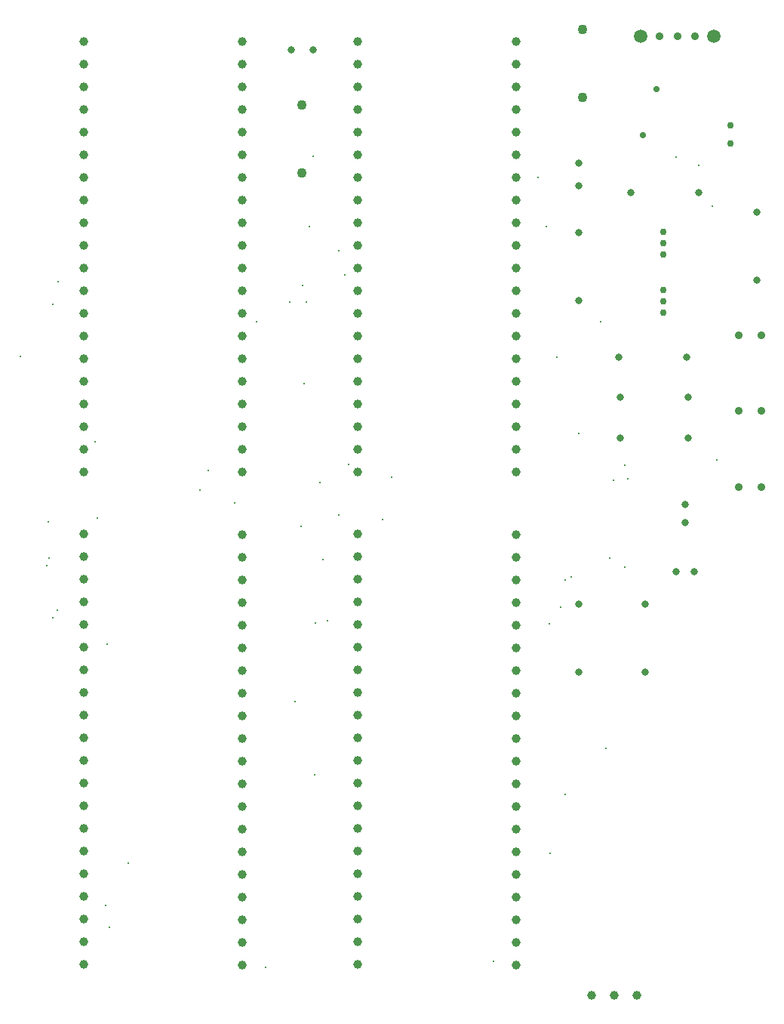
<source format=gbr>
%TF.GenerationSoftware,KiCad,Pcbnew,9.0.0*%
%TF.CreationDate,2025-09-26T14:06:38-04:00*%
%TF.ProjectId,Design V3.0,44657369-676e-4205-9633-2e302e6b6963,rev?*%
%TF.SameCoordinates,Original*%
%TF.FileFunction,Plated,1,2,PTH,Drill*%
%TF.FilePolarity,Positive*%
%FSLAX46Y46*%
G04 Gerber Fmt 4.6, Leading zero omitted, Abs format (unit mm)*
G04 Created by KiCad (PCBNEW 9.0.0) date 2025-09-26 14:06:38*
%MOMM*%
%LPD*%
G01*
G04 APERTURE LIST*
%TA.AperFunction,ViaDrill*%
%ADD10C,0.300000*%
%TD*%
%TA.AperFunction,ComponentDrill*%
%ADD11C,0.710000*%
%TD*%
%TA.AperFunction,ComponentDrill*%
%ADD12C,0.750000*%
%TD*%
%TA.AperFunction,ComponentDrill*%
%ADD13C,0.800000*%
%TD*%
%TA.AperFunction,ComponentDrill*%
%ADD14C,0.900000*%
%TD*%
%TA.AperFunction,ComponentDrill*%
%ADD15C,1.000000*%
%TD*%
%TA.AperFunction,ComponentDrill*%
%ADD16C,1.100000*%
%TD*%
%TA.AperFunction,ComponentDrill*%
%ADD17C,1.500000*%
%TD*%
G04 APERTURE END LIST*
D10*
X161843600Y-67910600D03*
X164835500Y-91354700D03*
X165058400Y-86398200D03*
X165112900Y-90472600D03*
X165537600Y-97211300D03*
X165561600Y-62071500D03*
X166038800Y-96308400D03*
X166080800Y-59532900D03*
X170265100Y-77481900D03*
X170559600Y-86036400D03*
X171431600Y-129419200D03*
X171597900Y-100139600D03*
X171868900Y-131904700D03*
X173973300Y-124721500D03*
X182043900Y-82843600D03*
X182994200Y-80687900D03*
X185916600Y-84280900D03*
X188369200Y-63957200D03*
X189406400Y-136411000D03*
X192071700Y-61793800D03*
X192728400Y-106600200D03*
X193363400Y-86981200D03*
X193566100Y-59920100D03*
X193741500Y-70904700D03*
X193984000Y-61793800D03*
X194341300Y-53286800D03*
X194758200Y-45432500D03*
X194874100Y-114781100D03*
X195012900Y-97782800D03*
X195485200Y-82034700D03*
X195855900Y-90653800D03*
X196323900Y-97528100D03*
X197588700Y-85653400D03*
X197604700Y-56020100D03*
X198295500Y-58728300D03*
X198721800Y-79954600D03*
X202547200Y-86200900D03*
X203550700Y-81441800D03*
X214996000Y-135682800D03*
X220000000Y-47840000D03*
X220877000Y-53286800D03*
X221256799Y-97835299D03*
X221345300Y-123566000D03*
X222058700Y-68000000D03*
X222500000Y-96000000D03*
X223000000Y-92984200D03*
X223000000Y-117010000D03*
X223701706Y-92600000D03*
X224500000Y-76500000D03*
X227000000Y-64000000D03*
X227594800Y-111852800D03*
X228000000Y-90500000D03*
X228402300Y-81738700D03*
X229704300Y-80043000D03*
X229727600Y-91500000D03*
X230000000Y-81600000D03*
X235500000Y-45500000D03*
X238000000Y-46500000D03*
X239500000Y-51000000D03*
X240000000Y-79500000D03*
D11*
%TO.C,F1*%
X231700000Y-43050000D03*
X233300000Y-37950000D03*
D12*
%TO.C,Q3*%
X234000000Y-53960000D03*
X234000000Y-55230000D03*
X234000000Y-56500000D03*
%TO.C,Q4*%
X234000000Y-60460000D03*
X234000000Y-61730000D03*
X234000000Y-63000000D03*
%TO.C,J1*%
X241550000Y-42000000D03*
X241550000Y-44000000D03*
D13*
%TO.C,C1*%
X192250000Y-33500000D03*
X194750000Y-33500000D03*
%TO.C,C2*%
X224500000Y-46250000D03*
X224500000Y-48750000D03*
%TO.C,R6*%
X224500000Y-54000000D03*
X224500000Y-61620000D03*
%TO.C,R1*%
X224500000Y-95690000D03*
X224500000Y-103310000D03*
%TO.C,R7*%
X229000000Y-68000000D03*
%TO.C,R3*%
X229190000Y-72500000D03*
%TO.C,R8*%
X229190000Y-77000000D03*
%TO.C,R2*%
X230380000Y-49500000D03*
%TO.C,R4*%
X232000000Y-95690000D03*
X232000000Y-103310000D03*
%TO.C,C3*%
X235500000Y-92000000D03*
%TO.C,C4*%
X236500000Y-84500000D03*
X236500000Y-86500000D03*
%TO.C,R7*%
X236620000Y-68000000D03*
%TO.C,R3*%
X236810000Y-72500000D03*
%TO.C,R8*%
X236810000Y-77000000D03*
%TO.C,C3*%
X237500000Y-92000000D03*
%TO.C,R2*%
X238000000Y-49500000D03*
%TO.C,R5*%
X244500000Y-51690000D03*
X244500000Y-59310000D03*
D14*
%TO.C,SW1*%
X233600000Y-32000000D03*
X235600000Y-32000000D03*
X237600000Y-32000000D03*
%TO.C,D2*%
X242460000Y-65500000D03*
%TO.C,D3*%
X242460000Y-74000000D03*
%TO.C,D4*%
X242460000Y-82500000D03*
%TO.C,D2*%
X245000000Y-65500000D03*
%TO.C,D3*%
X245000000Y-74000000D03*
%TO.C,D4*%
X245000000Y-82500000D03*
D15*
%TO.C,A1*%
X169000000Y-32600000D03*
X169000000Y-35140000D03*
X169000000Y-37680000D03*
X169000000Y-40220000D03*
X169000000Y-42760000D03*
X169000000Y-45300000D03*
X169000000Y-47840000D03*
X169000000Y-50380000D03*
X169000000Y-52920000D03*
X169000000Y-55460000D03*
X169000000Y-58000000D03*
X169000000Y-60540000D03*
X169000000Y-63080000D03*
X169000000Y-65620000D03*
X169000000Y-68160000D03*
X169000000Y-70700000D03*
X169000000Y-73240000D03*
X169000000Y-75780000D03*
X169000000Y-78320000D03*
X169000000Y-80860000D03*
%TO.C,J2*%
X169000000Y-87800000D03*
X169000000Y-90340000D03*
X169000000Y-92880000D03*
X169000000Y-95420000D03*
X169000000Y-97960000D03*
X169000000Y-100500000D03*
X169000000Y-103040000D03*
X169000000Y-105580000D03*
X169000000Y-108120000D03*
X169000000Y-110660000D03*
X169000000Y-113200000D03*
X169000000Y-115740000D03*
X169000000Y-118280000D03*
X169000000Y-120820000D03*
X169000000Y-123360000D03*
X169000000Y-125900000D03*
X169000000Y-128440000D03*
X169000000Y-130980000D03*
X169000000Y-133520000D03*
X169000000Y-136060000D03*
%TO.C,A1*%
X186780000Y-32600000D03*
X186780000Y-35140000D03*
X186780000Y-37680000D03*
X186780000Y-40220000D03*
X186780000Y-42760000D03*
X186780000Y-45300000D03*
X186780000Y-47840000D03*
X186780000Y-50380000D03*
X186780000Y-52920000D03*
X186780000Y-55460000D03*
X186780000Y-58000000D03*
X186780000Y-60540000D03*
X186780000Y-63080000D03*
X186780000Y-65620000D03*
X186780000Y-68160000D03*
X186780000Y-70700000D03*
X186780000Y-73240000D03*
X186780000Y-75780000D03*
X186780000Y-78320000D03*
X186780000Y-80860000D03*
%TO.C,J3*%
X186780000Y-87860000D03*
X186780000Y-90400000D03*
X186780000Y-92940000D03*
X186780000Y-95480000D03*
X186780000Y-98020000D03*
X186780000Y-100560000D03*
X186780000Y-103100000D03*
X186780000Y-105640000D03*
X186780000Y-108180000D03*
X186780000Y-110720000D03*
X186780000Y-113260000D03*
X186780000Y-115800000D03*
X186780000Y-118340000D03*
X186780000Y-120880000D03*
X186780000Y-123420000D03*
X186780000Y-125960000D03*
X186780000Y-128500000D03*
X186780000Y-131040000D03*
X186780000Y-133580000D03*
X186780000Y-136120000D03*
%TO.C,A2*%
X199720000Y-32600000D03*
X199720000Y-35140000D03*
X199720000Y-37680000D03*
X199720000Y-40220000D03*
X199720000Y-42760000D03*
X199720000Y-45300000D03*
X199720000Y-47840000D03*
X199720000Y-50380000D03*
X199720000Y-52920000D03*
X199720000Y-55460000D03*
X199720000Y-58000000D03*
X199720000Y-60540000D03*
X199720000Y-63080000D03*
X199720000Y-65620000D03*
X199720000Y-68160000D03*
X199720000Y-70700000D03*
X199720000Y-73240000D03*
X199720000Y-75780000D03*
X199720000Y-78320000D03*
X199720000Y-80860000D03*
%TO.C,J4*%
X199720000Y-87800000D03*
X199720000Y-90340000D03*
X199720000Y-92880000D03*
X199720000Y-95420000D03*
X199720000Y-97960000D03*
X199720000Y-100500000D03*
X199720000Y-103040000D03*
X199720000Y-105580000D03*
X199720000Y-108120000D03*
X199720000Y-110660000D03*
X199720000Y-113200000D03*
X199720000Y-115740000D03*
X199720000Y-118280000D03*
X199720000Y-120820000D03*
X199720000Y-123360000D03*
X199720000Y-125900000D03*
X199720000Y-128440000D03*
X199720000Y-130980000D03*
X199720000Y-133520000D03*
X199720000Y-136060000D03*
%TO.C,A2*%
X217500000Y-32600000D03*
X217500000Y-35140000D03*
X217500000Y-37680000D03*
X217500000Y-40220000D03*
X217500000Y-42760000D03*
X217500000Y-45300000D03*
X217500000Y-47840000D03*
X217500000Y-50380000D03*
X217500000Y-52920000D03*
X217500000Y-55460000D03*
X217500000Y-58000000D03*
X217500000Y-60540000D03*
X217500000Y-63080000D03*
X217500000Y-65620000D03*
X217500000Y-68160000D03*
X217500000Y-70700000D03*
X217500000Y-73240000D03*
X217500000Y-75780000D03*
X217500000Y-78320000D03*
X217500000Y-80860000D03*
%TO.C,J5*%
X217500000Y-87860000D03*
X217500000Y-90400000D03*
X217500000Y-92940000D03*
X217500000Y-95480000D03*
X217500000Y-98020000D03*
X217500000Y-100560000D03*
X217500000Y-103100000D03*
X217500000Y-105640000D03*
X217500000Y-108180000D03*
X217500000Y-110720000D03*
X217500000Y-113260000D03*
X217500000Y-115800000D03*
X217500000Y-118340000D03*
X217500000Y-120880000D03*
X217500000Y-123420000D03*
X217500000Y-125960000D03*
X217500000Y-128500000D03*
X217500000Y-131040000D03*
X217500000Y-133580000D03*
X217500000Y-136120000D03*
%TO.C,J7*%
X225960000Y-139500000D03*
X228500000Y-139500000D03*
X231040000Y-139500000D03*
D16*
%TO.C,D5*%
X193500000Y-39690000D03*
X193500000Y-47310000D03*
%TO.C,D6*%
X225000000Y-31190000D03*
X225000000Y-38810000D03*
D17*
%TO.C,SW1*%
X231500000Y-32000000D03*
X239700000Y-32000000D03*
M02*

</source>
